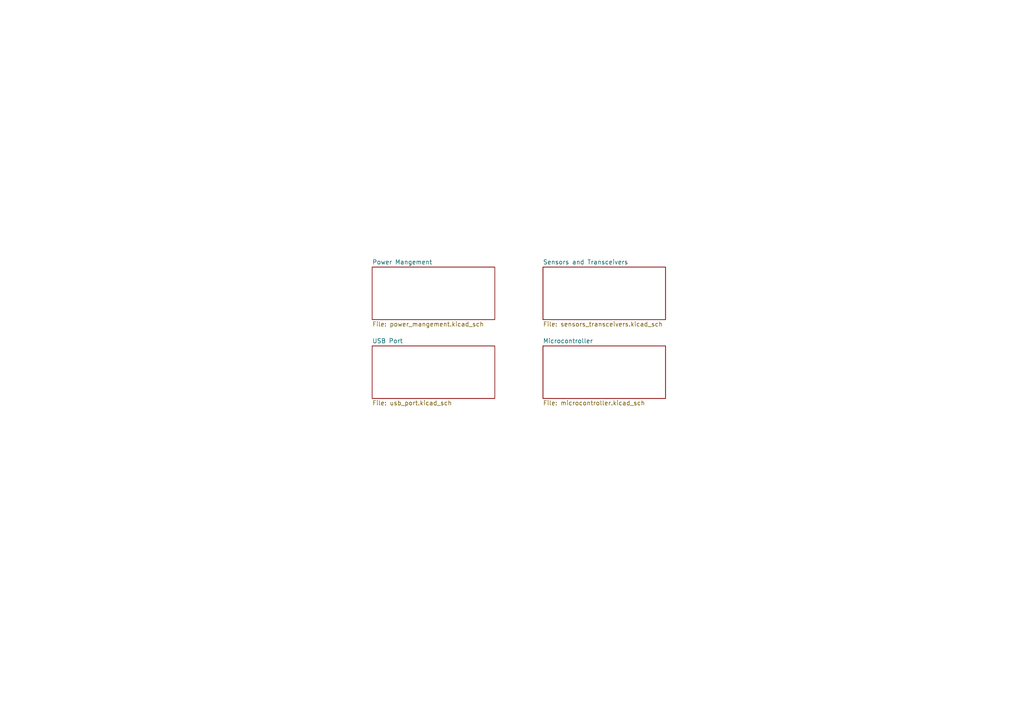
<source format=kicad_sch>
(kicad_sch
	(version 20231120)
	(generator "eeschema")
	(generator_version "8.0")
	(uuid "a232d2e9-9a56-4311-b00b-a3ecc9fa3c35")
	(paper "A4")
	(title_block
		(title "Stargazer")
		(date "2024-04-02")
		(rev "1")
		(company "Designed for UWinSat capstone")
		(comment 1 "UWindsor Rocketry Club")
		(comment 4 "Designer: Nick Coombe")
	)
	(lib_symbols)
	(sheet
		(at 157.48 77.47)
		(size 35.56 15.24)
		(fields_autoplaced yes)
		(stroke
			(width 0.1524)
			(type solid)
		)
		(fill
			(color 0 0 0 0.0000)
		)
		(uuid "68242797-2fb9-4ba3-8215-46041b086117")
		(property "Sheetname" "Sensors and Transceivers"
			(at 157.48 76.7584 0)
			(effects
				(font
					(size 1.27 1.27)
				)
				(justify left bottom)
			)
		)
		(property "Sheetfile" "sensors_transceivers.kicad_sch"
			(at 157.48 93.2946 0)
			(effects
				(font
					(size 1.27 1.27)
				)
				(justify left top)
			)
		)
		(instances
			(project "stargazer"
				(path "/a232d2e9-9a56-4311-b00b-a3ecc9fa3c35"
					(page "4")
				)
			)
		)
	)
	(sheet
		(at 107.95 100.33)
		(size 35.56 15.24)
		(fields_autoplaced yes)
		(stroke
			(width 0.1524)
			(type solid)
		)
		(fill
			(color 0 0 0 0.0000)
		)
		(uuid "9770c62d-b48c-438c-afca-51085289b5ff")
		(property "Sheetname" "USB Port"
			(at 107.95 99.6184 0)
			(effects
				(font
					(size 1.27 1.27)
				)
				(justify left bottom)
			)
		)
		(property "Sheetfile" "usb_port.kicad_sch"
			(at 107.95 116.1546 0)
			(effects
				(font
					(size 1.27 1.27)
				)
				(justify left top)
			)
		)
		(instances
			(project "stargazer"
				(path "/a232d2e9-9a56-4311-b00b-a3ecc9fa3c35"
					(page "5")
				)
			)
		)
	)
	(sheet
		(at 107.95 77.47)
		(size 35.56 15.24)
		(fields_autoplaced yes)
		(stroke
			(width 0.1524)
			(type solid)
		)
		(fill
			(color 0 0 0 0.0000)
		)
		(uuid "9832d441-ed1d-48ed-861d-812aa37785df")
		(property "Sheetname" "Power Mangement"
			(at 107.95 76.7584 0)
			(effects
				(font
					(size 1.27 1.27)
				)
				(justify left bottom)
			)
		)
		(property "Sheetfile" "power_mangement.kicad_sch"
			(at 107.95 93.2946 0)
			(effects
				(font
					(size 1.27 1.27)
				)
				(justify left top)
			)
		)
		(instances
			(project "stargazer"
				(path "/a232d2e9-9a56-4311-b00b-a3ecc9fa3c35"
					(page "2")
				)
			)
		)
	)
	(sheet
		(at 157.48 100.33)
		(size 35.56 15.24)
		(fields_autoplaced yes)
		(stroke
			(width 0.1524)
			(type solid)
		)
		(fill
			(color 0 0 0 0.0000)
		)
		(uuid "ea4cbe76-42aa-41e2-8422-e52b3a019054")
		(property "Sheetname" "Microcontroller"
			(at 157.48 99.6184 0)
			(effects
				(font
					(size 1.27 1.27)
				)
				(justify left bottom)
			)
		)
		(property "Sheetfile" "microcontroller.kicad_sch"
			(at 157.48 116.1546 0)
			(effects
				(font
					(size 1.27 1.27)
				)
				(justify left top)
			)
		)
		(instances
			(project "stargazer"
				(path "/a232d2e9-9a56-4311-b00b-a3ecc9fa3c35"
					(page "3")
				)
			)
		)
	)
	(sheet_instances
		(path "/"
			(page "1")
		)
	)
)
</source>
